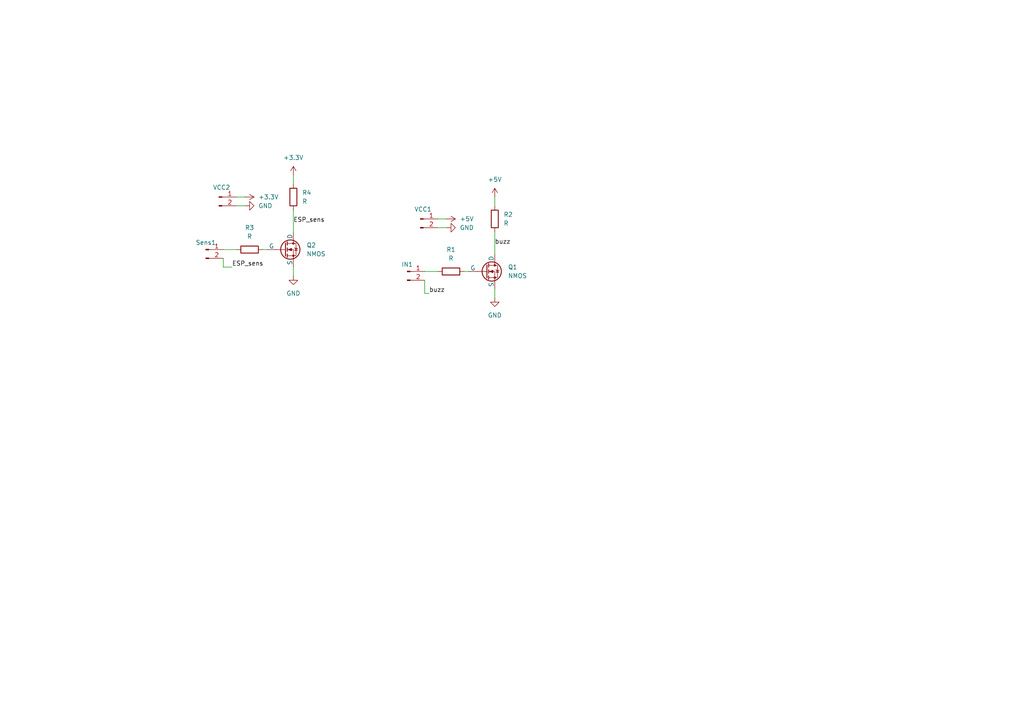
<source format=kicad_sch>
(kicad_sch
	(version 20231120)
	(generator "eeschema")
	(generator_version "8.0")
	(uuid "f220b327-a6cb-4856-b0db-0eb3517cce22")
	(paper "A4")
	(lib_symbols
		(symbol "Connector:Conn_01x02_Pin"
			(pin_names
				(offset 1.016) hide)
			(exclude_from_sim no)
			(in_bom yes)
			(on_board yes)
			(property "Reference" "J"
				(at 0 2.54 0)
				(effects
					(font
						(size 1.27 1.27)
					)
				)
			)
			(property "Value" "Conn_01x02_Pin"
				(at 0 -5.08 0)
				(effects
					(font
						(size 1.27 1.27)
					)
				)
			)
			(property "Footprint" ""
				(at 0 0 0)
				(effects
					(font
						(size 1.27 1.27)
					)
					(hide yes)
				)
			)
			(property "Datasheet" "~"
				(at 0 0 0)
				(effects
					(font
						(size 1.27 1.27)
					)
					(hide yes)
				)
			)
			(property "Description" "Generic connector, single row, 01x02, script generated"
				(at 0 0 0)
				(effects
					(font
						(size 1.27 1.27)
					)
					(hide yes)
				)
			)
			(property "ki_locked" ""
				(at 0 0 0)
				(effects
					(font
						(size 1.27 1.27)
					)
				)
			)
			(property "ki_keywords" "connector"
				(at 0 0 0)
				(effects
					(font
						(size 1.27 1.27)
					)
					(hide yes)
				)
			)
			(property "ki_fp_filters" "Connector*:*_1x??_*"
				(at 0 0 0)
				(effects
					(font
						(size 1.27 1.27)
					)
					(hide yes)
				)
			)
			(symbol "Conn_01x02_Pin_1_1"
				(polyline
					(pts
						(xy 1.27 -2.54) (xy 0.8636 -2.54)
					)
					(stroke
						(width 0.1524)
						(type default)
					)
					(fill
						(type none)
					)
				)
				(polyline
					(pts
						(xy 1.27 0) (xy 0.8636 0)
					)
					(stroke
						(width 0.1524)
						(type default)
					)
					(fill
						(type none)
					)
				)
				(rectangle
					(start 0.8636 -2.413)
					(end 0 -2.667)
					(stroke
						(width 0.1524)
						(type default)
					)
					(fill
						(type outline)
					)
				)
				(rectangle
					(start 0.8636 0.127)
					(end 0 -0.127)
					(stroke
						(width 0.1524)
						(type default)
					)
					(fill
						(type outline)
					)
				)
				(pin passive line
					(at 5.08 0 180)
					(length 3.81)
					(name "Pin_1"
						(effects
							(font
								(size 1.27 1.27)
							)
						)
					)
					(number "1"
						(effects
							(font
								(size 1.27 1.27)
							)
						)
					)
				)
				(pin passive line
					(at 5.08 -2.54 180)
					(length 3.81)
					(name "Pin_2"
						(effects
							(font
								(size 1.27 1.27)
							)
						)
					)
					(number "2"
						(effects
							(font
								(size 1.27 1.27)
							)
						)
					)
				)
			)
		)
		(symbol "Device:R"
			(pin_numbers hide)
			(pin_names
				(offset 0)
			)
			(exclude_from_sim no)
			(in_bom yes)
			(on_board yes)
			(property "Reference" "R"
				(at 2.032 0 90)
				(effects
					(font
						(size 1.27 1.27)
					)
				)
			)
			(property "Value" "R"
				(at 0 0 90)
				(effects
					(font
						(size 1.27 1.27)
					)
				)
			)
			(property "Footprint" ""
				(at -1.778 0 90)
				(effects
					(font
						(size 1.27 1.27)
					)
					(hide yes)
				)
			)
			(property "Datasheet" "~"
				(at 0 0 0)
				(effects
					(font
						(size 1.27 1.27)
					)
					(hide yes)
				)
			)
			(property "Description" "Resistor"
				(at 0 0 0)
				(effects
					(font
						(size 1.27 1.27)
					)
					(hide yes)
				)
			)
			(property "ki_keywords" "R res resistor"
				(at 0 0 0)
				(effects
					(font
						(size 1.27 1.27)
					)
					(hide yes)
				)
			)
			(property "ki_fp_filters" "R_*"
				(at 0 0 0)
				(effects
					(font
						(size 1.27 1.27)
					)
					(hide yes)
				)
			)
			(symbol "R_0_1"
				(rectangle
					(start -1.016 -2.54)
					(end 1.016 2.54)
					(stroke
						(width 0.254)
						(type default)
					)
					(fill
						(type none)
					)
				)
			)
			(symbol "R_1_1"
				(pin passive line
					(at 0 3.81 270)
					(length 1.27)
					(name "~"
						(effects
							(font
								(size 1.27 1.27)
							)
						)
					)
					(number "1"
						(effects
							(font
								(size 1.27 1.27)
							)
						)
					)
				)
				(pin passive line
					(at 0 -3.81 90)
					(length 1.27)
					(name "~"
						(effects
							(font
								(size 1.27 1.27)
							)
						)
					)
					(number "2"
						(effects
							(font
								(size 1.27 1.27)
							)
						)
					)
				)
			)
		)
		(symbol "Simulation_SPICE:NMOS"
			(pin_numbers hide)
			(pin_names
				(offset 0)
			)
			(exclude_from_sim no)
			(in_bom yes)
			(on_board yes)
			(property "Reference" "Q"
				(at 5.08 1.27 0)
				(effects
					(font
						(size 1.27 1.27)
					)
					(justify left)
				)
			)
			(property "Value" "NMOS"
				(at 5.08 -1.27 0)
				(effects
					(font
						(size 1.27 1.27)
					)
					(justify left)
				)
			)
			(property "Footprint" ""
				(at 5.08 2.54 0)
				(effects
					(font
						(size 1.27 1.27)
					)
					(hide yes)
				)
			)
			(property "Datasheet" "https://ngspice.sourceforge.io/docs/ngspice-html-manual/manual.xhtml#cha_MOSFETs"
				(at 0 -12.7 0)
				(effects
					(font
						(size 1.27 1.27)
					)
					(hide yes)
				)
			)
			(property "Description" "N-MOSFET transistor, drain/source/gate"
				(at 0 0 0)
				(effects
					(font
						(size 1.27 1.27)
					)
					(hide yes)
				)
			)
			(property "Sim.Device" "NMOS"
				(at 0 -17.145 0)
				(effects
					(font
						(size 1.27 1.27)
					)
					(hide yes)
				)
			)
			(property "Sim.Type" "VDMOS"
				(at 0 -19.05 0)
				(effects
					(font
						(size 1.27 1.27)
					)
					(hide yes)
				)
			)
			(property "Sim.Pins" "1=D 2=G 3=S"
				(at 0 -15.24 0)
				(effects
					(font
						(size 1.27 1.27)
					)
					(hide yes)
				)
			)
			(property "ki_keywords" "transistor NMOS N-MOS N-MOSFET simulation"
				(at 0 0 0)
				(effects
					(font
						(size 1.27 1.27)
					)
					(hide yes)
				)
			)
			(symbol "NMOS_0_1"
				(polyline
					(pts
						(xy 0.254 0) (xy -2.54 0)
					)
					(stroke
						(width 0)
						(type default)
					)
					(fill
						(type none)
					)
				)
				(polyline
					(pts
						(xy 0.254 1.905) (xy 0.254 -1.905)
					)
					(stroke
						(width 0.254)
						(type default)
					)
					(fill
						(type none)
					)
				)
				(polyline
					(pts
						(xy 0.762 -1.27) (xy 0.762 -2.286)
					)
					(stroke
						(width 0.254)
						(type default)
					)
					(fill
						(type none)
					)
				)
				(polyline
					(pts
						(xy 0.762 0.508) (xy 0.762 -0.508)
					)
					(stroke
						(width 0.254)
						(type default)
					)
					(fill
						(type none)
					)
				)
				(polyline
					(pts
						(xy 0.762 2.286) (xy 0.762 1.27)
					)
					(stroke
						(width 0.254)
						(type default)
					)
					(fill
						(type none)
					)
				)
				(polyline
					(pts
						(xy 2.54 2.54) (xy 2.54 1.778)
					)
					(stroke
						(width 0)
						(type default)
					)
					(fill
						(type none)
					)
				)
				(polyline
					(pts
						(xy 2.54 -2.54) (xy 2.54 0) (xy 0.762 0)
					)
					(stroke
						(width 0)
						(type default)
					)
					(fill
						(type none)
					)
				)
				(polyline
					(pts
						(xy 0.762 -1.778) (xy 3.302 -1.778) (xy 3.302 1.778) (xy 0.762 1.778)
					)
					(stroke
						(width 0)
						(type default)
					)
					(fill
						(type none)
					)
				)
				(polyline
					(pts
						(xy 1.016 0) (xy 2.032 0.381) (xy 2.032 -0.381) (xy 1.016 0)
					)
					(stroke
						(width 0)
						(type default)
					)
					(fill
						(type outline)
					)
				)
				(polyline
					(pts
						(xy 2.794 0.508) (xy 2.921 0.381) (xy 3.683 0.381) (xy 3.81 0.254)
					)
					(stroke
						(width 0)
						(type default)
					)
					(fill
						(type none)
					)
				)
				(polyline
					(pts
						(xy 3.302 0.381) (xy 2.921 -0.254) (xy 3.683 -0.254) (xy 3.302 0.381)
					)
					(stroke
						(width 0)
						(type default)
					)
					(fill
						(type none)
					)
				)
				(circle
					(center 1.651 0)
					(radius 2.794)
					(stroke
						(width 0.254)
						(type default)
					)
					(fill
						(type none)
					)
				)
				(circle
					(center 2.54 -1.778)
					(radius 0.254)
					(stroke
						(width 0)
						(type default)
					)
					(fill
						(type outline)
					)
				)
				(circle
					(center 2.54 1.778)
					(radius 0.254)
					(stroke
						(width 0)
						(type default)
					)
					(fill
						(type outline)
					)
				)
			)
			(symbol "NMOS_1_1"
				(pin passive line
					(at 2.54 5.08 270)
					(length 2.54)
					(name "D"
						(effects
							(font
								(size 1.27 1.27)
							)
						)
					)
					(number "1"
						(effects
							(font
								(size 1.27 1.27)
							)
						)
					)
				)
				(pin input line
					(at -5.08 0 0)
					(length 2.54)
					(name "G"
						(effects
							(font
								(size 1.27 1.27)
							)
						)
					)
					(number "2"
						(effects
							(font
								(size 1.27 1.27)
							)
						)
					)
				)
				(pin passive line
					(at 2.54 -5.08 90)
					(length 2.54)
					(name "S"
						(effects
							(font
								(size 1.27 1.27)
							)
						)
					)
					(number "3"
						(effects
							(font
								(size 1.27 1.27)
							)
						)
					)
				)
			)
		)
		(symbol "power:+3.3V"
			(power)
			(pin_numbers hide)
			(pin_names
				(offset 0) hide)
			(exclude_from_sim no)
			(in_bom yes)
			(on_board yes)
			(property "Reference" "#PWR"
				(at 0 -3.81 0)
				(effects
					(font
						(size 1.27 1.27)
					)
					(hide yes)
				)
			)
			(property "Value" "+3.3V"
				(at 0 3.556 0)
				(effects
					(font
						(size 1.27 1.27)
					)
				)
			)
			(property "Footprint" ""
				(at 0 0 0)
				(effects
					(font
						(size 1.27 1.27)
					)
					(hide yes)
				)
			)
			(property "Datasheet" ""
				(at 0 0 0)
				(effects
					(font
						(size 1.27 1.27)
					)
					(hide yes)
				)
			)
			(property "Description" "Power symbol creates a global label with name \"+3.3V\""
				(at 0 0 0)
				(effects
					(font
						(size 1.27 1.27)
					)
					(hide yes)
				)
			)
			(property "ki_keywords" "global power"
				(at 0 0 0)
				(effects
					(font
						(size 1.27 1.27)
					)
					(hide yes)
				)
			)
			(symbol "+3.3V_0_1"
				(polyline
					(pts
						(xy -0.762 1.27) (xy 0 2.54)
					)
					(stroke
						(width 0)
						(type default)
					)
					(fill
						(type none)
					)
				)
				(polyline
					(pts
						(xy 0 0) (xy 0 2.54)
					)
					(stroke
						(width 0)
						(type default)
					)
					(fill
						(type none)
					)
				)
				(polyline
					(pts
						(xy 0 2.54) (xy 0.762 1.27)
					)
					(stroke
						(width 0)
						(type default)
					)
					(fill
						(type none)
					)
				)
			)
			(symbol "+3.3V_1_1"
				(pin power_in line
					(at 0 0 90)
					(length 0)
					(name "~"
						(effects
							(font
								(size 1.27 1.27)
							)
						)
					)
					(number "1"
						(effects
							(font
								(size 1.27 1.27)
							)
						)
					)
				)
			)
		)
		(symbol "power:+5V"
			(power)
			(pin_numbers hide)
			(pin_names
				(offset 0) hide)
			(exclude_from_sim no)
			(in_bom yes)
			(on_board yes)
			(property "Reference" "#PWR"
				(at 0 -3.81 0)
				(effects
					(font
						(size 1.27 1.27)
					)
					(hide yes)
				)
			)
			(property "Value" "+5V"
				(at 0 3.556 0)
				(effects
					(font
						(size 1.27 1.27)
					)
				)
			)
			(property "Footprint" ""
				(at 0 0 0)
				(effects
					(font
						(size 1.27 1.27)
					)
					(hide yes)
				)
			)
			(property "Datasheet" ""
				(at 0 0 0)
				(effects
					(font
						(size 1.27 1.27)
					)
					(hide yes)
				)
			)
			(property "Description" "Power symbol creates a global label with name \"+5V\""
				(at 0 0 0)
				(effects
					(font
						(size 1.27 1.27)
					)
					(hide yes)
				)
			)
			(property "ki_keywords" "global power"
				(at 0 0 0)
				(effects
					(font
						(size 1.27 1.27)
					)
					(hide yes)
				)
			)
			(symbol "+5V_0_1"
				(polyline
					(pts
						(xy -0.762 1.27) (xy 0 2.54)
					)
					(stroke
						(width 0)
						(type default)
					)
					(fill
						(type none)
					)
				)
				(polyline
					(pts
						(xy 0 0) (xy 0 2.54)
					)
					(stroke
						(width 0)
						(type default)
					)
					(fill
						(type none)
					)
				)
				(polyline
					(pts
						(xy 0 2.54) (xy 0.762 1.27)
					)
					(stroke
						(width 0)
						(type default)
					)
					(fill
						(type none)
					)
				)
			)
			(symbol "+5V_1_1"
				(pin power_in line
					(at 0 0 90)
					(length 0)
					(name "~"
						(effects
							(font
								(size 1.27 1.27)
							)
						)
					)
					(number "1"
						(effects
							(font
								(size 1.27 1.27)
							)
						)
					)
				)
			)
		)
		(symbol "power:GND"
			(power)
			(pin_numbers hide)
			(pin_names
				(offset 0) hide)
			(exclude_from_sim no)
			(in_bom yes)
			(on_board yes)
			(property "Reference" "#PWR"
				(at 0 -6.35 0)
				(effects
					(font
						(size 1.27 1.27)
					)
					(hide yes)
				)
			)
			(property "Value" "GND"
				(at 0 -3.81 0)
				(effects
					(font
						(size 1.27 1.27)
					)
				)
			)
			(property "Footprint" ""
				(at 0 0 0)
				(effects
					(font
						(size 1.27 1.27)
					)
					(hide yes)
				)
			)
			(property "Datasheet" ""
				(at 0 0 0)
				(effects
					(font
						(size 1.27 1.27)
					)
					(hide yes)
				)
			)
			(property "Description" "Power symbol creates a global label with name \"GND\" , ground"
				(at 0 0 0)
				(effects
					(font
						(size 1.27 1.27)
					)
					(hide yes)
				)
			)
			(property "ki_keywords" "global power"
				(at 0 0 0)
				(effects
					(font
						(size 1.27 1.27)
					)
					(hide yes)
				)
			)
			(symbol "GND_0_1"
				(polyline
					(pts
						(xy 0 0) (xy 0 -1.27) (xy 1.27 -1.27) (xy 0 -2.54) (xy -1.27 -1.27) (xy 0 -1.27)
					)
					(stroke
						(width 0)
						(type default)
					)
					(fill
						(type none)
					)
				)
			)
			(symbol "GND_1_1"
				(pin power_in line
					(at 0 0 270)
					(length 0)
					(name "~"
						(effects
							(font
								(size 1.27 1.27)
							)
						)
					)
					(number "1"
						(effects
							(font
								(size 1.27 1.27)
							)
						)
					)
				)
			)
		)
	)
	(wire
		(pts
			(xy 143.51 67.31) (xy 143.51 73.66)
		)
		(stroke
			(width 0)
			(type default)
		)
		(uuid "0f72b5e2-4262-423f-a83f-df91fa8fcd39")
	)
	(wire
		(pts
			(xy 64.77 77.47) (xy 64.77 74.93)
		)
		(stroke
			(width 0)
			(type default)
		)
		(uuid "1c912d98-2d7b-4b27-b91c-ee3520ba2916")
	)
	(wire
		(pts
			(xy 76.2 72.39) (xy 77.47 72.39)
		)
		(stroke
			(width 0)
			(type default)
		)
		(uuid "2b444874-82a2-43ef-a849-2df66e7e8154")
	)
	(wire
		(pts
			(xy 85.09 50.8) (xy 85.09 53.34)
		)
		(stroke
			(width 0)
			(type default)
		)
		(uuid "2d7e8a01-9fcf-4a4d-bff7-022ad75369ed")
	)
	(wire
		(pts
			(xy 127 66.04) (xy 129.54 66.04)
		)
		(stroke
			(width 0)
			(type default)
		)
		(uuid "57e0604c-5f7c-4d8e-bf1d-7bef57246e6a")
	)
	(wire
		(pts
			(xy 127 63.5) (xy 129.54 63.5)
		)
		(stroke
			(width 0)
			(type default)
		)
		(uuid "595d1a69-9d30-499c-9532-924f150a0499")
	)
	(wire
		(pts
			(xy 143.51 57.15) (xy 143.51 59.69)
		)
		(stroke
			(width 0)
			(type default)
		)
		(uuid "7de68c21-3c05-4dd5-9568-3fc8cbe6623c")
	)
	(wire
		(pts
			(xy 85.09 77.47) (xy 85.09 80.01)
		)
		(stroke
			(width 0)
			(type default)
		)
		(uuid "87b32e92-8495-48e7-9dff-14864b083c50")
	)
	(wire
		(pts
			(xy 85.09 60.96) (xy 85.09 67.31)
		)
		(stroke
			(width 0)
			(type default)
		)
		(uuid "94750f83-c91d-4804-b976-b66b7508fc89")
	)
	(wire
		(pts
			(xy 123.19 78.74) (xy 127 78.74)
		)
		(stroke
			(width 0)
			(type default)
		)
		(uuid "9a815b78-db4e-477f-8092-19aa484f4e47")
	)
	(wire
		(pts
			(xy 68.58 59.69) (xy 71.12 59.69)
		)
		(stroke
			(width 0)
			(type default)
		)
		(uuid "a1efbafd-c013-41e2-af39-79f830b940b2")
	)
	(wire
		(pts
			(xy 64.77 72.39) (xy 68.58 72.39)
		)
		(stroke
			(width 0)
			(type default)
		)
		(uuid "a2c30e63-01f0-4c8d-b862-d537bcde4a2b")
	)
	(wire
		(pts
			(xy 143.51 83.82) (xy 143.51 86.36)
		)
		(stroke
			(width 0)
			(type default)
		)
		(uuid "ab4d9921-b700-4874-ac28-e401ec6215e9")
	)
	(wire
		(pts
			(xy 64.77 77.47) (xy 67.31 77.47)
		)
		(stroke
			(width 0)
			(type default)
		)
		(uuid "c36bef0e-01a7-4a77-997d-ca99dd8a5c5c")
	)
	(wire
		(pts
			(xy 68.58 57.15) (xy 71.12 57.15)
		)
		(stroke
			(width 0)
			(type default)
		)
		(uuid "d7e0e691-35a5-4747-abca-182625bd9cb5")
	)
	(wire
		(pts
			(xy 124.46 85.09) (xy 123.19 85.09)
		)
		(stroke
			(width 0)
			(type default)
		)
		(uuid "dca3a696-b61c-41d0-b18d-c33c579357c0")
	)
	(wire
		(pts
			(xy 134.62 78.74) (xy 135.89 78.74)
		)
		(stroke
			(width 0)
			(type default)
		)
		(uuid "e79f9f22-fbb4-4617-96e2-8308cd3e758d")
	)
	(wire
		(pts
			(xy 123.19 85.09) (xy 123.19 81.28)
		)
		(stroke
			(width 0)
			(type default)
		)
		(uuid "fb692bbb-b27d-4965-8670-f04fc8e173a1")
	)
	(label "ESP_sens"
		(at 85.09 64.77 0)
		(fields_autoplaced yes)
		(effects
			(font
				(size 1.27 1.27)
			)
			(justify left bottom)
		)
		(uuid "3fd11493-2beb-4396-bbaf-8c2756f5379a")
	)
	(label "buzz"
		(at 143.51 71.12 0)
		(fields_autoplaced yes)
		(effects
			(font
				(size 1.27 1.27)
			)
			(justify left bottom)
		)
		(uuid "5aa28473-b14d-4f3e-be4a-a5c2694b02c9")
	)
	(label "ESP_sens"
		(at 67.31 77.47 0)
		(fields_autoplaced yes)
		(effects
			(font
				(size 1.27 1.27)
			)
			(justify left bottom)
		)
		(uuid "80815244-f5bc-42bf-84d5-b8e98645e78e")
	)
	(label "buzz"
		(at 124.46 85.09 0)
		(fields_autoplaced yes)
		(effects
			(font
				(size 1.27 1.27)
			)
			(justify left bottom)
		)
		(uuid "9582445b-2967-487e-8eb9-74bfd298c3ad")
	)
	(symbol
		(lib_id "Device:R")
		(at 130.81 78.74 90)
		(unit 1)
		(exclude_from_sim no)
		(in_bom yes)
		(on_board yes)
		(dnp no)
		(fields_autoplaced yes)
		(uuid "0b836e7c-5490-4756-864b-d77d67bf8f3d")
		(property "Reference" "R1"
			(at 130.81 72.39 90)
			(effects
				(font
					(size 1.27 1.27)
				)
			)
		)
		(property "Value" "R"
			(at 130.81 74.93 90)
			(effects
				(font
					(size 1.27 1.27)
				)
			)
		)
		(property "Footprint" "Resistor_THT:R_Axial_DIN0207_L6.3mm_D2.5mm_P10.16mm_Horizontal"
			(at 130.81 80.518 90)
			(effects
				(font
					(size 1.27 1.27)
				)
				(hide yes)
			)
		)
		(property "Datasheet" "~"
			(at 130.81 78.74 0)
			(effects
				(font
					(size 1.27 1.27)
				)
				(hide yes)
			)
		)
		(property "Description" "Resistor"
			(at 130.81 78.74 0)
			(effects
				(font
					(size 1.27 1.27)
				)
				(hide yes)
			)
		)
		(pin "2"
			(uuid "b6b01847-d418-4e47-b680-70959d62401d")
		)
		(pin "1"
			(uuid "9eb22fcb-7d92-4136-af8d-73df090f9e76")
		)
		(instances
			(project ""
				(path "/f220b327-a6cb-4856-b0db-0eb3517cce22"
					(reference "R1")
					(unit 1)
				)
			)
		)
	)
	(symbol
		(lib_id "Device:R")
		(at 143.51 63.5 180)
		(unit 1)
		(exclude_from_sim no)
		(in_bom yes)
		(on_board yes)
		(dnp no)
		(fields_autoplaced yes)
		(uuid "0feb0763-597f-4f13-9ac5-4c8a211b43bf")
		(property "Reference" "R2"
			(at 146.05 62.2299 0)
			(effects
				(font
					(size 1.27 1.27)
				)
				(justify right)
			)
		)
		(property "Value" "R"
			(at 146.05 64.7699 0)
			(effects
				(font
					(size 1.27 1.27)
				)
				(justify right)
			)
		)
		(property "Footprint" "Resistor_THT:R_Axial_DIN0207_L6.3mm_D2.5mm_P10.16mm_Horizontal"
			(at 145.288 63.5 90)
			(effects
				(font
					(size 1.27 1.27)
				)
				(hide yes)
			)
		)
		(property "Datasheet" "~"
			(at 143.51 63.5 0)
			(effects
				(font
					(size 1.27 1.27)
				)
				(hide yes)
			)
		)
		(property "Description" "Resistor"
			(at 143.51 63.5 0)
			(effects
				(font
					(size 1.27 1.27)
				)
				(hide yes)
			)
		)
		(pin "2"
			(uuid "579437d2-b9c2-4674-8a81-18ff7eb76d4c")
		)
		(pin "1"
			(uuid "d0501329-cd5a-48a8-828a-7930105d984b")
		)
		(instances
			(project "PCB para imprimir"
				(path "/f220b327-a6cb-4856-b0db-0eb3517cce22"
					(reference "R2")
					(unit 1)
				)
			)
		)
	)
	(symbol
		(lib_id "power:+5V")
		(at 129.54 63.5 270)
		(unit 1)
		(exclude_from_sim no)
		(in_bom yes)
		(on_board yes)
		(dnp no)
		(fields_autoplaced yes)
		(uuid "28f951f3-0225-464d-9575-e8e1ded5d5e4")
		(property "Reference" "#PWR014"
			(at 125.73 63.5 0)
			(effects
				(font
					(size 1.27 1.27)
				)
				(hide yes)
			)
		)
		(property "Value" "+5V"
			(at 133.35 63.4999 90)
			(effects
				(font
					(size 1.27 1.27)
				)
				(justify left)
			)
		)
		(property "Footprint" ""
			(at 129.54 63.5 0)
			(effects
				(font
					(size 1.27 1.27)
				)
				(hide yes)
			)
		)
		(property "Datasheet" ""
			(at 129.54 63.5 0)
			(effects
				(font
					(size 1.27 1.27)
				)
				(hide yes)
			)
		)
		(property "Description" "Power symbol creates a global label with name \"+5V\""
			(at 129.54 63.5 0)
			(effects
				(font
					(size 1.27 1.27)
				)
				(hide yes)
			)
		)
		(pin "1"
			(uuid "a5b63b87-9be8-41bd-b280-04ecfd4e4c83")
		)
		(instances
			(project ""
				(path "/f220b327-a6cb-4856-b0db-0eb3517cce22"
					(reference "#PWR014")
					(unit 1)
				)
			)
		)
	)
	(symbol
		(lib_id "power:+3.3V")
		(at 71.12 57.15 270)
		(unit 1)
		(exclude_from_sim no)
		(in_bom yes)
		(on_board yes)
		(dnp no)
		(fields_autoplaced yes)
		(uuid "599610c1-5356-4780-8db5-a1d081edff8e")
		(property "Reference" "#PWR013"
			(at 67.31 57.15 0)
			(effects
				(font
					(size 1.27 1.27)
				)
				(hide yes)
			)
		)
		(property "Value" "+3.3V"
			(at 74.93 57.1499 90)
			(effects
				(font
					(size 1.27 1.27)
				)
				(justify left)
			)
		)
		(property "Footprint" ""
			(at 71.12 57.15 0)
			(effects
				(font
					(size 1.27 1.27)
				)
				(hide yes)
			)
		)
		(property "Datasheet" ""
			(at 71.12 57.15 0)
			(effects
				(font
					(size 1.27 1.27)
				)
				(hide yes)
			)
		)
		(property "Description" "Power symbol creates a global label with name \"+3.3V\""
			(at 71.12 57.15 0)
			(effects
				(font
					(size 1.27 1.27)
				)
				(hide yes)
			)
		)
		(pin "1"
			(uuid "aa8fa01d-601b-4aa1-80eb-61c230cb2187")
		)
		(instances
			(project ""
				(path "/f220b327-a6cb-4856-b0db-0eb3517cce22"
					(reference "#PWR013")
					(unit 1)
				)
			)
		)
	)
	(symbol
		(lib_id "Connector:Conn_01x02_Pin")
		(at 59.69 72.39 0)
		(unit 1)
		(exclude_from_sim no)
		(in_bom yes)
		(on_board yes)
		(dnp no)
		(uuid "59f8c90e-f5ea-4b43-81a3-ebdf0669377f")
		(property "Reference" "Sens1"
			(at 59.69 70.358 0)
			(effects
				(font
					(size 1.27 1.27)
				)
			)
		)
		(property "Value" "Conn_01x02_Pin"
			(at 60.325 69.85 0)
			(effects
				(font
					(size 1.27 1.27)
				)
				(hide yes)
			)
		)
		(property "Footprint" "TerminalBlock:TerminalBlock_bornier-2_P5.08mm"
			(at 59.69 72.39 0)
			(effects
				(font
					(size 1.27 1.27)
				)
				(hide yes)
			)
		)
		(property "Datasheet" "~"
			(at 59.69 72.39 0)
			(effects
				(font
					(size 1.27 1.27)
				)
				(hide yes)
			)
		)
		(property "Description" "Generic connector, single row, 01x02, script generated"
			(at 59.69 72.39 0)
			(effects
				(font
					(size 1.27 1.27)
				)
				(hide yes)
			)
		)
		(pin "2"
			(uuid "11b5dcf8-b8d9-4efd-ba6c-126295d7585b")
		)
		(pin "1"
			(uuid "205ccfad-1369-40f6-a3bb-0ee8c694d972")
		)
		(instances
			(project "PCB para imprimir"
				(path "/f220b327-a6cb-4856-b0db-0eb3517cce22"
					(reference "Sens1")
					(unit 1)
				)
			)
		)
	)
	(symbol
		(lib_id "Device:R")
		(at 85.09 57.15 180)
		(unit 1)
		(exclude_from_sim no)
		(in_bom yes)
		(on_board yes)
		(dnp no)
		(fields_autoplaced yes)
		(uuid "652a5f15-b93a-4620-ad41-cc8cfb80b975")
		(property "Reference" "R4"
			(at 87.63 55.8799 0)
			(effects
				(font
					(size 1.27 1.27)
				)
				(justify right)
			)
		)
		(property "Value" "R"
			(at 87.63 58.4199 0)
			(effects
				(font
					(size 1.27 1.27)
				)
				(justify right)
			)
		)
		(property "Footprint" "Resistor_THT:R_Axial_DIN0207_L6.3mm_D2.5mm_P10.16mm_Horizontal"
			(at 86.868 57.15 90)
			(effects
				(font
					(size 1.27 1.27)
				)
				(hide yes)
			)
		)
		(property "Datasheet" "~"
			(at 85.09 57.15 0)
			(effects
				(font
					(size 1.27 1.27)
				)
				(hide yes)
			)
		)
		(property "Description" "Resistor"
			(at 85.09 57.15 0)
			(effects
				(font
					(size 1.27 1.27)
				)
				(hide yes)
			)
		)
		(pin "2"
			(uuid "ca3cb439-8320-4907-a6cd-86f127d8845e")
		)
		(pin "1"
			(uuid "689d12be-fb82-48bd-ba50-2b3d6bec6ba3")
		)
		(instances
			(project "PCB para imprimir"
				(path "/f220b327-a6cb-4856-b0db-0eb3517cce22"
					(reference "R4")
					(unit 1)
				)
			)
		)
	)
	(symbol
		(lib_id "Connector:Conn_01x02_Pin")
		(at 121.92 63.5 0)
		(unit 1)
		(exclude_from_sim no)
		(in_bom yes)
		(on_board yes)
		(dnp no)
		(uuid "719d0b15-0745-459a-8af2-d9816ee482fc")
		(property "Reference" "VCC1"
			(at 122.682 60.706 0)
			(effects
				(font
					(size 1.27 1.27)
				)
			)
		)
		(property "Value" "Conn_01x02_Pin"
			(at 122.555 60.96 0)
			(effects
				(font
					(size 1.27 1.27)
				)
				(hide yes)
			)
		)
		(property "Footprint" "TerminalBlock:TerminalBlock_bornier-2_P5.08mm"
			(at 121.92 63.5 0)
			(effects
				(font
					(size 1.27 1.27)
				)
				(hide yes)
			)
		)
		(property "Datasheet" "~"
			(at 121.92 63.5 0)
			(effects
				(font
					(size 1.27 1.27)
				)
				(hide yes)
			)
		)
		(property "Description" "Generic connector, single row, 01x02, script generated"
			(at 121.92 63.5 0)
			(effects
				(font
					(size 1.27 1.27)
				)
				(hide yes)
			)
		)
		(pin "2"
			(uuid "312dec8e-0956-4a75-a363-7678a2d020d7")
		)
		(pin "1"
			(uuid "6d51c3ff-7ec0-407d-a967-d7d0f06cdf08")
		)
		(instances
			(project "PCB para imprimir"
				(path "/f220b327-a6cb-4856-b0db-0eb3517cce22"
					(reference "VCC1")
					(unit 1)
				)
			)
		)
	)
	(symbol
		(lib_id "Device:R")
		(at 72.39 72.39 90)
		(unit 1)
		(exclude_from_sim no)
		(in_bom yes)
		(on_board yes)
		(dnp no)
		(fields_autoplaced yes)
		(uuid "736ffa19-e22a-42dc-b42a-85ecfb8331f8")
		(property "Reference" "R3"
			(at 72.39 66.04 90)
			(effects
				(font
					(size 1.27 1.27)
				)
			)
		)
		(property "Value" "R"
			(at 72.39 68.58 90)
			(effects
				(font
					(size 1.27 1.27)
				)
			)
		)
		(property "Footprint" "Resistor_THT:R_Axial_DIN0207_L6.3mm_D2.5mm_P10.16mm_Horizontal"
			(at 72.39 74.168 90)
			(effects
				(font
					(size 1.27 1.27)
				)
				(hide yes)
			)
		)
		(property "Datasheet" "~"
			(at 72.39 72.39 0)
			(effects
				(font
					(size 1.27 1.27)
				)
				(hide yes)
			)
		)
		(property "Description" "Resistor"
			(at 72.39 72.39 0)
			(effects
				(font
					(size 1.27 1.27)
				)
				(hide yes)
			)
		)
		(pin "2"
			(uuid "25c3a520-7ee8-4e59-9d42-70c1c4791894")
		)
		(pin "1"
			(uuid "96ed1afd-93ba-4f12-9bf5-5561713af29c")
		)
		(instances
			(project "PCB para imprimir"
				(path "/f220b327-a6cb-4856-b0db-0eb3517cce22"
					(reference "R3")
					(unit 1)
				)
			)
		)
	)
	(symbol
		(lib_id "power:+5V")
		(at 143.51 57.15 0)
		(unit 1)
		(exclude_from_sim no)
		(in_bom yes)
		(on_board yes)
		(dnp no)
		(fields_autoplaced yes)
		(uuid "785abfd0-4d59-4d92-8a69-1ab103da7e89")
		(property "Reference" "#PWR01"
			(at 143.51 60.96 0)
			(effects
				(font
					(size 1.27 1.27)
				)
				(hide yes)
			)
		)
		(property "Value" "+5V"
			(at 143.51 52.07 0)
			(effects
				(font
					(size 1.27 1.27)
				)
			)
		)
		(property "Footprint" ""
			(at 143.51 57.15 0)
			(effects
				(font
					(size 1.27 1.27)
				)
				(hide yes)
			)
		)
		(property "Datasheet" ""
			(at 143.51 57.15 0)
			(effects
				(font
					(size 1.27 1.27)
				)
				(hide yes)
			)
		)
		(property "Description" "Power symbol creates a global label with name \"+5V\""
			(at 143.51 57.15 0)
			(effects
				(font
					(size 1.27 1.27)
				)
				(hide yes)
			)
		)
		(pin "1"
			(uuid "3d7063c6-ddf2-4422-b2cb-4477341c26b5")
		)
		(instances
			(project "PCB para imprimir"
				(path "/f220b327-a6cb-4856-b0db-0eb3517cce22"
					(reference "#PWR01")
					(unit 1)
				)
			)
		)
	)
	(symbol
		(lib_id "Simulation_SPICE:NMOS")
		(at 82.55 72.39 0)
		(unit 1)
		(exclude_from_sim no)
		(in_bom yes)
		(on_board yes)
		(dnp no)
		(fields_autoplaced yes)
		(uuid "80723fdc-478b-48f1-8dcf-05b42dfbc7ec")
		(property "Reference" "Q2"
			(at 88.9 71.1199 0)
			(effects
				(font
					(size 1.27 1.27)
				)
				(justify left)
			)
		)
		(property "Value" "NMOS"
			(at 88.9 73.6599 0)
			(effects
				(font
					(size 1.27 1.27)
				)
				(justify left)
			)
		)
		(property "Footprint" "Package_TO_SOT_THT:TO-220-3_Vertical"
			(at 87.63 69.85 0)
			(effects
				(font
					(size 1.27 1.27)
				)
				(hide yes)
			)
		)
		(property "Datasheet" "https://ngspice.sourceforge.io/docs/ngspice-html-manual/manual.xhtml#cha_MOSFETs"
			(at 82.55 85.09 0)
			(effects
				(font
					(size 1.27 1.27)
				)
				(hide yes)
			)
		)
		(property "Description" "N-MOSFET transistor, drain/source/gate"
			(at 82.55 72.39 0)
			(effects
				(font
					(size 1.27 1.27)
				)
				(hide yes)
			)
		)
		(property "Sim.Device" "NMOS"
			(at 82.55 89.535 0)
			(effects
				(font
					(size 1.27 1.27)
				)
				(hide yes)
			)
		)
		(property "Sim.Type" "VDMOS"
			(at 82.55 91.44 0)
			(effects
				(font
					(size 1.27 1.27)
				)
				(hide yes)
			)
		)
		(property "Sim.Pins" "1=D 2=G 3=S"
			(at 82.55 87.63 0)
			(effects
				(font
					(size 1.27 1.27)
				)
				(hide yes)
			)
		)
		(pin "1"
			(uuid "e0ed18aa-ca7c-42ca-b32b-a1824089d785")
		)
		(pin "3"
			(uuid "aa798abe-4f07-4f39-8131-220351daac44")
		)
		(pin "2"
			(uuid "b1cdecc5-6534-4b82-9b33-af050dd87c24")
		)
		(instances
			(project "PCB para imprimir"
				(path "/f220b327-a6cb-4856-b0db-0eb3517cce22"
					(reference "Q2")
					(unit 1)
				)
			)
		)
	)
	(symbol
		(lib_id "Simulation_SPICE:NMOS")
		(at 140.97 78.74 0)
		(unit 1)
		(exclude_from_sim no)
		(in_bom yes)
		(on_board yes)
		(dnp no)
		(fields_autoplaced yes)
		(uuid "81bb10f0-e16f-4119-a4d5-309db1324327")
		(property "Reference" "Q1"
			(at 147.32 77.4699 0)
			(effects
				(font
					(size 1.27 1.27)
				)
				(justify left)
			)
		)
		(property "Value" "NMOS"
			(at 147.32 80.0099 0)
			(effects
				(font
					(size 1.27 1.27)
				)
				(justify left)
			)
		)
		(property "Footprint" "Package_TO_SOT_THT:TO-220-3_Vertical"
			(at 146.05 76.2 0)
			(effects
				(font
					(size 1.27 1.27)
				)
				(hide yes)
			)
		)
		(property "Datasheet" "https://ngspice.sourceforge.io/docs/ngspice-html-manual/manual.xhtml#cha_MOSFETs"
			(at 140.97 91.44 0)
			(effects
				(font
					(size 1.27 1.27)
				)
				(hide yes)
			)
		)
		(property "Description" "N-MOSFET transistor, drain/source/gate"
			(at 140.97 78.74 0)
			(effects
				(font
					(size 1.27 1.27)
				)
				(hide yes)
			)
		)
		(property "Sim.Device" "NMOS"
			(at 140.97 95.885 0)
			(effects
				(font
					(size 1.27 1.27)
				)
				(hide yes)
			)
		)
		(property "Sim.Type" "VDMOS"
			(at 140.97 97.79 0)
			(effects
				(font
					(size 1.27 1.27)
				)
				(hide yes)
			)
		)
		(property "Sim.Pins" "1=D 2=G 3=S"
			(at 140.97 93.98 0)
			(effects
				(font
					(size 1.27 1.27)
				)
				(hide yes)
			)
		)
		(pin "1"
			(uuid "71890e6a-b3e6-474f-bf8d-ae9a5fc84b09")
		)
		(pin "3"
			(uuid "28dcca1a-276c-4ce6-9963-f0c6709a72b6")
		)
		(pin "2"
			(uuid "5f654447-8d15-46ca-9d8b-4ea18b3c9ff6")
		)
		(instances
			(project ""
				(path "/f220b327-a6cb-4856-b0db-0eb3517cce22"
					(reference "Q1")
					(unit 1)
				)
			)
		)
	)
	(symbol
		(lib_id "power:GND")
		(at 85.09 80.01 0)
		(unit 1)
		(exclude_from_sim no)
		(in_bom yes)
		(on_board yes)
		(dnp no)
		(fields_autoplaced yes)
		(uuid "92ad36e5-a9ae-413a-80c0-abca0a2d119b")
		(property "Reference" "#PWR011"
			(at 85.09 86.36 0)
			(effects
				(font
					(size 1.27 1.27)
				)
				(hide yes)
			)
		)
		(property "Value" "GND"
			(at 85.09 85.09 0)
			(effects
				(font
					(size 1.27 1.27)
				)
			)
		)
		(property "Footprint" ""
			(at 85.09 80.01 0)
			(effects
				(font
					(size 1.27 1.27)
				)
				(hide yes)
			)
		)
		(property "Datasheet" ""
			(at 85.09 80.01 0)
			(effects
				(font
					(size 1.27 1.27)
				)
				(hide yes)
			)
		)
		(property "Description" "Power symbol creates a global label with name \"GND\" , ground"
			(at 85.09 80.01 0)
			(effects
				(font
					(size 1.27 1.27)
				)
				(hide yes)
			)
		)
		(pin "1"
			(uuid "b083d3b8-a7b8-4531-8304-7e453d575164")
		)
		(instances
			(project "PCB para imprimir"
				(path "/f220b327-a6cb-4856-b0db-0eb3517cce22"
					(reference "#PWR011")
					(unit 1)
				)
			)
		)
	)
	(symbol
		(lib_id "power:+3.3V")
		(at 85.09 50.8 0)
		(unit 1)
		(exclude_from_sim no)
		(in_bom yes)
		(on_board yes)
		(dnp no)
		(fields_autoplaced yes)
		(uuid "96819455-cf10-4d25-9afc-371012fc0e74")
		(property "Reference" "#PWR08"
			(at 85.09 54.61 0)
			(effects
				(font
					(size 1.27 1.27)
				)
				(hide yes)
			)
		)
		(property "Value" "+3.3V"
			(at 85.09 45.72 0)
			(effects
				(font
					(size 1.27 1.27)
				)
			)
		)
		(property "Footprint" ""
			(at 85.09 50.8 0)
			(effects
				(font
					(size 1.27 1.27)
				)
				(hide yes)
			)
		)
		(property "Datasheet" ""
			(at 85.09 50.8 0)
			(effects
				(font
					(size 1.27 1.27)
				)
				(hide yes)
			)
		)
		(property "Description" "Power symbol creates a global label with name \"+3.3V\""
			(at 85.09 50.8 0)
			(effects
				(font
					(size 1.27 1.27)
				)
				(hide yes)
			)
		)
		(pin "1"
			(uuid "57455f45-c137-4f38-988c-28502a1c8242")
		)
		(instances
			(project "PCB para imprimir"
				(path "/f220b327-a6cb-4856-b0db-0eb3517cce22"
					(reference "#PWR08")
					(unit 1)
				)
			)
		)
	)
	(symbol
		(lib_id "power:GND")
		(at 129.54 66.04 90)
		(unit 1)
		(exclude_from_sim no)
		(in_bom yes)
		(on_board yes)
		(dnp no)
		(fields_autoplaced yes)
		(uuid "a362f74f-e1c0-473a-b2f9-f73f0db44fc6")
		(property "Reference" "#PWR03"
			(at 135.89 66.04 0)
			(effects
				(font
					(size 1.27 1.27)
				)
				(hide yes)
			)
		)
		(property "Value" "GND"
			(at 133.35 66.0399 90)
			(effects
				(font
					(size 1.27 1.27)
				)
				(justify right)
			)
		)
		(property "Footprint" ""
			(at 129.54 66.04 0)
			(effects
				(font
					(size 1.27 1.27)
				)
				(hide yes)
			)
		)
		(property "Datasheet" ""
			(at 129.54 66.04 0)
			(effects
				(font
					(size 1.27 1.27)
				)
				(hide yes)
			)
		)
		(property "Description" "Power symbol creates a global label with name \"GND\" , ground"
			(at 129.54 66.04 0)
			(effects
				(font
					(size 1.27 1.27)
				)
				(hide yes)
			)
		)
		(pin "1"
			(uuid "01c471df-b4f5-4085-891b-e218d0e69b0e")
		)
		(instances
			(project "PCB para imprimir"
				(path "/f220b327-a6cb-4856-b0db-0eb3517cce22"
					(reference "#PWR03")
					(unit 1)
				)
			)
		)
	)
	(symbol
		(lib_id "Connector:Conn_01x02_Pin")
		(at 118.11 78.74 0)
		(unit 1)
		(exclude_from_sim no)
		(in_bom yes)
		(on_board yes)
		(dnp no)
		(uuid "ac7dadde-8e97-4e5f-bde1-a84c2f528010")
		(property "Reference" "IN1"
			(at 118.11 76.708 0)
			(effects
				(font
					(size 1.27 1.27)
				)
			)
		)
		(property "Value" "Conn_01x02_Pin"
			(at 118.745 76.2 0)
			(effects
				(font
					(size 1.27 1.27)
				)
				(hide yes)
			)
		)
		(property "Footprint" "TerminalBlock:TerminalBlock_bornier-2_P5.08mm"
			(at 118.11 78.74 0)
			(effects
				(font
					(size 1.27 1.27)
				)
				(hide yes)
			)
		)
		(property "Datasheet" "~"
			(at 118.11 78.74 0)
			(effects
				(font
					(size 1.27 1.27)
				)
				(hide yes)
			)
		)
		(property "Description" "Generic connector, single row, 01x02, script generated"
			(at 118.11 78.74 0)
			(effects
				(font
					(size 1.27 1.27)
				)
				(hide yes)
			)
		)
		(pin "2"
			(uuid "9f14566f-5e62-4bd2-b974-46f052a671d8")
		)
		(pin "1"
			(uuid "051634fc-1c98-4403-99db-924c3dbf4f1c")
		)
		(instances
			(project ""
				(path "/f220b327-a6cb-4856-b0db-0eb3517cce22"
					(reference "IN1")
					(unit 1)
				)
			)
		)
	)
	(symbol
		(lib_id "power:GND")
		(at 71.12 59.69 90)
		(unit 1)
		(exclude_from_sim no)
		(in_bom yes)
		(on_board yes)
		(dnp no)
		(fields_autoplaced yes)
		(uuid "bd72d0a0-d639-4da2-9fee-a7fbd02d563e")
		(property "Reference" "#PWR09"
			(at 77.47 59.69 0)
			(effects
				(font
					(size 1.27 1.27)
				)
				(hide yes)
			)
		)
		(property "Value" "GND"
			(at 74.93 59.6899 90)
			(effects
				(font
					(size 1.27 1.27)
				)
				(justify right)
			)
		)
		(property "Footprint" ""
			(at 71.12 59.69 0)
			(effects
				(font
					(size 1.27 1.27)
				)
				(hide yes)
			)
		)
		(property "Datasheet" ""
			(at 71.12 59.69 0)
			(effects
				(font
					(size 1.27 1.27)
				)
				(hide yes)
			)
		)
		(property "Description" "Power symbol creates a global label with name \"GND\" , ground"
			(at 71.12 59.69 0)
			(effects
				(font
					(size 1.27 1.27)
				)
				(hide yes)
			)
		)
		(pin "1"
			(uuid "ce965238-18b0-4cdb-9602-eb98fca38552")
		)
		(instances
			(project "PCB para imprimir"
				(path "/f220b327-a6cb-4856-b0db-0eb3517cce22"
					(reference "#PWR09")
					(unit 1)
				)
			)
		)
	)
	(symbol
		(lib_id "power:GND")
		(at 143.51 86.36 0)
		(unit 1)
		(exclude_from_sim no)
		(in_bom yes)
		(on_board yes)
		(dnp no)
		(fields_autoplaced yes)
		(uuid "d6739947-a486-4341-9a9f-b4a7943fca8f")
		(property "Reference" "#PWR02"
			(at 143.51 92.71 0)
			(effects
				(font
					(size 1.27 1.27)
				)
				(hide yes)
			)
		)
		(property "Value" "GND"
			(at 143.51 91.44 0)
			(effects
				(font
					(size 1.27 1.27)
				)
			)
		)
		(property "Footprint" ""
			(at 143.51 86.36 0)
			(effects
				(font
					(size 1.27 1.27)
				)
				(hide yes)
			)
		)
		(property "Datasheet" ""
			(at 143.51 86.36 0)
			(effects
				(font
					(size 1.27 1.27)
				)
				(hide yes)
			)
		)
		(property "Description" "Power symbol creates a global label with name \"GND\" , ground"
			(at 143.51 86.36 0)
			(effects
				(font
					(size 1.27 1.27)
				)
				(hide yes)
			)
		)
		(pin "1"
			(uuid "e74f7b5b-ce73-4397-ad04-7a9d3278c129")
		)
		(instances
			(project "PCB para imprimir"
				(path "/f220b327-a6cb-4856-b0db-0eb3517cce22"
					(reference "#PWR02")
					(unit 1)
				)
			)
		)
	)
	(symbol
		(lib_id "Connector:Conn_01x02_Pin")
		(at 63.5 57.15 0)
		(unit 1)
		(exclude_from_sim no)
		(in_bom yes)
		(on_board yes)
		(dnp no)
		(uuid "f0185dd4-9a77-4ca3-8f65-f118e8df4e2d")
		(property "Reference" "VCC2"
			(at 64.262 54.356 0)
			(effects
				(font
					(size 1.27 1.27)
				)
			)
		)
		(property "Value" "Conn_01x02_Pin"
			(at 64.135 54.61 0)
			(effects
				(font
					(size 1.27 1.27)
				)
				(hide yes)
			)
		)
		(property "Footprint" "TerminalBlock:TerminalBlock_bornier-2_P5.08mm"
			(at 63.5 57.15 0)
			(effects
				(font
					(size 1.27 1.27)
				)
				(hide yes)
			)
		)
		(property "Datasheet" "~"
			(at 63.5 57.15 0)
			(effects
				(font
					(size 1.27 1.27)
				)
				(hide yes)
			)
		)
		(property "Description" "Generic connector, single row, 01x02, script generated"
			(at 63.5 57.15 0)
			(effects
				(font
					(size 1.27 1.27)
				)
				(hide yes)
			)
		)
		(pin "2"
			(uuid "7375e2bc-68f2-4414-8e07-a86d7c64a94b")
		)
		(pin "1"
			(uuid "9dd5cef6-05d1-43ad-bfc1-1d7e07c30175")
		)
		(instances
			(project "PCB para imprimir"
				(path "/f220b327-a6cb-4856-b0db-0eb3517cce22"
					(reference "VCC2")
					(unit 1)
				)
			)
		)
	)
	(sheet_instances
		(path "/"
			(page "1")
		)
	)
)

</source>
